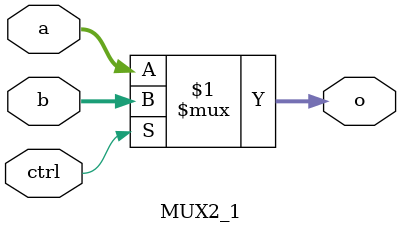
<source format=v>

module MUX2_1(
	input [31:0] a,
	input [31:0] b,
	input ctrl,
	output [31:0] o
	);

	assign o = ctrl ? b : a;

endmodule
</source>
